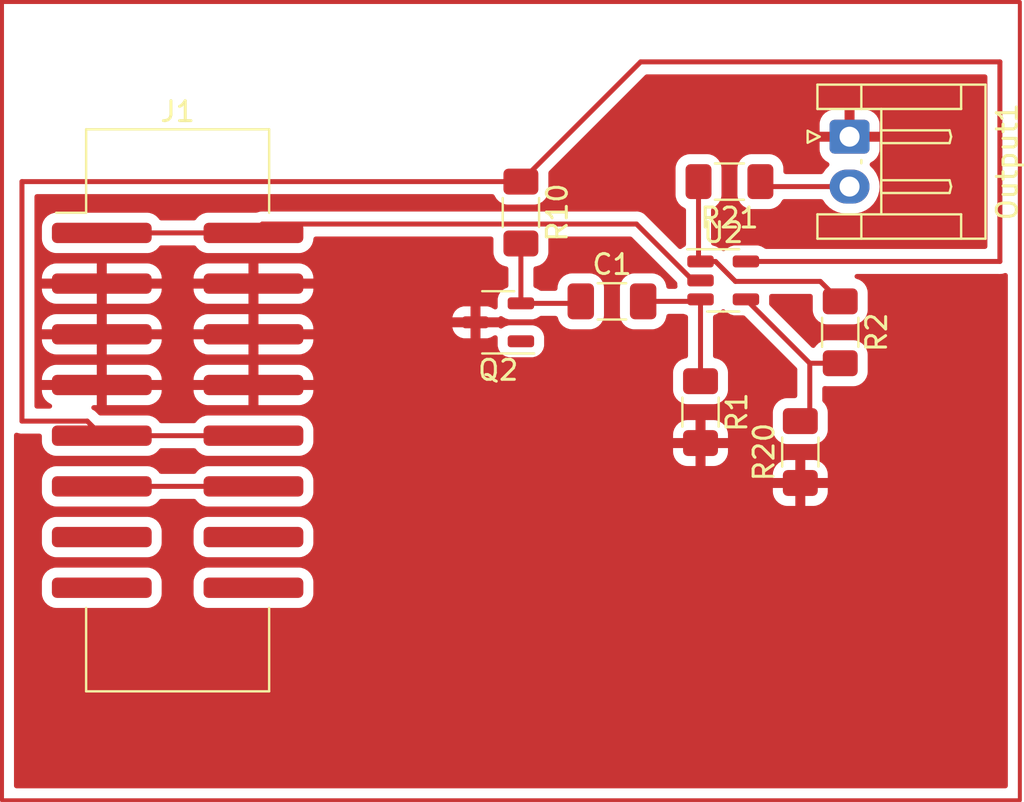
<source format=kicad_pcb>
(kicad_pcb (version 20221018) (generator pcbnew)
  (layers (0 "F.Cu" signal) (31 "B.Cu" signal) (34 "B.Paste" user) (35 "F.Paste" user) (36 "B.SilkS" user "B.Silkscreen") (37 "F.SilkS" user "F.Silkscreen") (38 "B.Mask" user) (39 "F.Mask" user) (44 "Edge.Cuts" user))
  (net 0 "")
  (net 1 "Net-(Q2-C)")
  (net 2 "Net-(U2-+)")
  (net 3 "-12V")
  (net 4 "GND")
  (net 5 "+12V")
  (net 6 "+5V")
  (net 11 "Net-(Output1-Pin_2)")
  (net 13 "Net-(R2-Pad1)")
  (net 14 "Net-(U2--)")
  (footprint "Resistor_SMD:R_1206_3216Metric_Pad1.30x1.75mm_HandSolder" (layer "F.Cu") (at 144 80.55 -90)
    (fp_text reference "R1" (at 0 -1.82 90) (layer "F.SilkS"))
    (fp_text value "100k")
    (fp_line (start -0.727064 -0.91) (end 0.727064 -0.91) (stroke (width 0.12)) (layer "F.SilkS"))
    (fp_line (start -0.727064 0.91) (end 0.727064 0.91) (stroke (width 0.12)) (layer "F.SilkS"))
    (pad "1" smd roundrect (at -1.55 0 270) (size 1.3 1.75) (layers "F.Cu" "F.Paste" "F.Mask") (roundrect_rratio 0.192308) (net 2 "Net-(U2-+)"))
    (pad "2" smd roundrect (at 1.55 0 270) (size 1.3 1.75) (layers "F.Cu" "F.Paste" "F.Mask") (roundrect_rratio 0.192308) (net 4 "GND"))
  )
  (footprint "Resistor_SMD:R_1206_3216Metric_Pad1.30x1.75mm_HandSolder" (layer "F.Cu") (at 135 70.55 -90)
    (fp_text reference "R10" (at 0 -1.82 90) (layer "F.SilkS"))
    (fp_text value "100k")
    (fp_line (start -0.727064 -0.91) (end 0.727064 -0.91) (stroke (width 0.12)) (layer "F.SilkS"))
    (fp_line (start -0.727064 0.91) (end 0.727064 0.91) (stroke (width 0.12)) (layer "F.SilkS"))
    (pad "1" smd roundrect (at -1.55 0 270) (size 1.3 1.75) (layers "F.Cu" "F.Paste" "F.Mask") (roundrect_rratio 0.192308) (net 5 "+12V"))
    (pad "2" smd roundrect (at 1.55 0 270) (size 1.3 1.75) (layers "F.Cu" "F.Paste" "F.Mask") (roundrect_rratio 0.192308) (net 1 "Net-(Q2-C)"))
  )
  (footprint "Capacitor_SMD:C_1206_3216Metric_Pad1.33x1.80mm_HandSolder" (layer "F.Cu") (at 139.5625 75)
    (fp_text reference "C1" (at 0 -1.85) (layer "F.SilkS"))
    (fp_text value "1u")
    (fp_line (start -0.711252 -0.91) (end 0.711252 -0.91) (stroke (width 0.12)) (layer "F.SilkS"))
    (fp_line (start -0.711252 0.91) (end 0.711252 0.91) (stroke (width 0.12)) (layer "F.SilkS"))
    (pad "1" smd roundrect (at -1.5625 0) (size 1.325 1.8) (layers "F.Cu" "F.Paste" "F.Mask") (roundrect_rratio 0.188679) (net 1 "Net-(Q2-C)"))
    (pad "2" smd roundrect (at 1.5625 0) (size 1.325 1.8) (layers "F.Cu" "F.Paste" "F.Mask") (roundrect_rratio 0.188679) (net 2 "Net-(U2-+)"))
  )
  (footprint "Connector_IDC:IDC-Header_2x08_P2.54mm_Vertical_SMD" (layer "F.Cu") (at 117.8 80.46)
    (fp_text reference "J1" (at 0 -14.97) (layer "F.SilkS"))
    (fp_text value "Conn_02x08_Odd_Even")
    (fp_line (start -4.585 -14.08) (end 4.585 -14.08) (stroke (width 0.12)) (layer "F.SilkS"))
    (fp_line (start -4.585 -9.9) (end -6.085 -9.9) (stroke (width 0.12)) (layer "F.SilkS"))
    (fp_line (start -4.585 -9.9) (end -4.585 -14.08) (stroke (width 0.12)) (layer "F.SilkS"))
    (fp_line (start -4.585 9.9) (end -4.585 14.08) (stroke (width 0.12)) (layer "F.SilkS"))
    (fp_line (start -4.585 14.08) (end 4.585 14.08) (stroke (width 0.12)) (layer "F.SilkS"))
    (fp_line (start 4.585 -14.08) (end 4.585 -9.9) (stroke (width 0.12)) (layer "F.SilkS"))
    (fp_line (start 4.585 14.08) (end 4.585 9.9) (stroke (width 0.12)) (layer "F.SilkS"))
    (pad "1" smd roundrect (at -3.8 -8.89) (size 5 1.02) (layers "F.Cu" "F.Paste" "F.Mask") (net 3 "-12V"))
    (pad "2" smd roundrect (at 3.8 -8.89) (size 5 1.02) (layers "F.Cu" "F.Paste" "F.Mask") (net 3 "-12V"))
    (pad "3" smd roundrect (at -3.8 -6.35) (size 5 1.02) (layers "F.Cu" "F.Paste" "F.Mask") (net 4 "GND"))
    (pad "4" smd roundrect (at 3.8 -6.35) (size 5 1.02) (layers "F.Cu" "F.Paste" "F.Mask") (net 4 "GND"))
    (pad "5" smd roundrect (at -3.8 -3.81) (size 5 1.02) (layers "F.Cu" "F.Paste" "F.Mask") (net 4 "GND"))
    (pad "6" smd roundrect (at 3.8 -3.81) (size 5 1.02) (layers "F.Cu" "F.Paste" "F.Mask") (net 4 "GND"))
    (pad "7" smd roundrect (at -3.8 -1.27) (size 5 1.02) (layers "F.Cu" "F.Paste" "F.Mask") (net 4 "GND"))
    (pad "8" smd roundrect (at 3.8 -1.27) (size 5 1.02) (layers "F.Cu" "F.Paste" "F.Mask") (net 4 "GND"))
    (pad "9" smd roundrect (at -3.8 1.27) (size 5 1.02) (layers "F.Cu" "F.Paste" "F.Mask") (net 5 "+12V"))
    (pad "10" smd roundrect (at 3.8 1.27) (size 5 1.02) (layers "F.Cu" "F.Paste" "F.Mask") (net 5 "+12V"))
    (pad "11" smd roundrect (at -3.8 3.81) (size 5 1.02) (layers "F.Cu" "F.Paste" "F.Mask") (net 6 "+5V"))
    (pad "12" smd roundrect (at 3.8 3.81) (size 5 1.02) (layers "F.Cu" "F.Paste" "F.Mask") (net 6 "+5V"))
    (pad "13" smd roundrect (at -3.8 6.35) (size 5 1.02) (layers "F.Cu" "F.Paste" "F.Mask"))
    (pad "14" smd roundrect (at 3.8 6.35) (size 5 1.02) (layers "F.Cu" "F.Paste" "F.Mask"))
    (pad "15" smd roundrect (at -3.8 8.89) (size 5 1.02) (layers "F.Cu" "F.Paste" "F.Mask"))
    (pad "16" smd roundrect (at 3.8 8.89) (size 5 1.02) (layers "F.Cu" "F.Paste" "F.Mask"))
  )
  (footprint "Resistor_SMD:R_1206_3216Metric_Pad1.30x1.75mm_HandSolder" (layer "F.Cu") (at 151 76.55 -90)
    (fp_text reference "R2" (at 0 -1.82 90) (layer "F.SilkS"))
    (fp_text value "100k")
    (fp_line (start -0.727064 -0.91) (end 0.727064 -0.91) (stroke (width 0.12)) (layer "F.SilkS"))
    (fp_line (start -0.727064 0.91) (end 0.727064 0.91) (stroke (width 0.12)) (layer "F.SilkS"))
    (pad "1" smd roundrect (at -1.55 0 270) (size 1.3 1.75) (layers "F.Cu" "F.Paste" "F.Mask") (roundrect_rratio 0.192308) (net 13 "Net-(R2-Pad1)"))
    (pad "2" smd roundrect (at 1.55 0 270) (size 1.3 1.75) (layers "F.Cu" "F.Paste" "F.Mask") (roundrect_rratio 0.192308) (net 14 "Net-(U2--)"))
  )
  (footprint "Resistor_SMD:R_1206_3216Metric_Pad1.30x1.75mm_HandSolder" (layer "F.Cu") (at 149 82.55 90)
    (fp_text reference "R20" (at 0 -1.82 90) (layer "F.SilkS"))
    (fp_text value "680")
    (fp_line (start -0.727064 -0.91) (end 0.727064 -0.91) (stroke (width 0.12)) (layer "F.SilkS"))
    (fp_line (start -0.727064 0.91) (end 0.727064 0.91) (stroke (width 0.12)) (layer "F.SilkS"))
    (pad "1" smd roundrect (at -1.55 0 90) (size 1.3 1.75) (layers "F.Cu" "F.Paste" "F.Mask") (roundrect_rratio 0.192308) (net 4 "GND"))
    (pad "2" smd roundrect (at 1.55 0 90) (size 1.3 1.75) (layers "F.Cu" "F.Paste" "F.Mask") (roundrect_rratio 0.192308) (net 14 "Net-(U2--)"))
  )
  (footprint "Resistor_SMD:R_1206_3216Metric_Pad1.30x1.75mm_HandSolder" (layer "F.Cu") (at 145.45 69 180)
    (fp_text reference "R21" (at 0 -1.82) (layer "F.SilkS"))
    (fp_text value "1k")
    (fp_line (start -0.727064 -0.91) (end 0.727064 -0.91) (stroke (width 0.12)) (layer "F.SilkS"))
    (fp_line (start -0.727064 0.91) (end 0.727064 0.91) (stroke (width 0.12)) (layer "F.SilkS"))
    (pad "1" smd roundrect (at -1.55 0 180) (size 1.3 1.75) (layers "F.Cu" "F.Paste" "F.Mask") (roundrect_rratio 0.192308) (net 11 "Net-(Output1-Pin_2)"))
    (pad "2" smd roundrect (at 1.55 0 180) (size 1.3 1.75) (layers "F.Cu" "F.Paste" "F.Mask") (roundrect_rratio 0.192308) (net 13 "Net-(R2-Pad1)"))
  )
  (footprint "Package_TO_SOT_SMD:SOT-23-3" (layer "F.Cu") (at 133.8625 76.05 180)
    (fp_text reference "Q2" (at 0 -2.4) (layer "F.SilkS"))
    (fp_text value "Q_NPN_ECB")
    (fp_line (start 0 -1.56) (end -1.8 -1.56) (stroke (width 0.12)) (layer "F.SilkS"))
    (fp_line (start 0 -1.56) (end 0.8 -1.56) (stroke (width 0.12)) (layer "F.SilkS"))
    (fp_line (start 0 1.56) (end -0.8 1.56) (stroke (width 0.12)) (layer "F.SilkS"))
    (fp_line (start 0 1.56) (end 0.8 1.56) (stroke (width 0.12)) (layer "F.SilkS"))
    (pad "1" smd roundrect (at -1.1375 -0.95 180) (size 1.325 0.6) (layers "F.Cu" "F.Paste" "F.Mask"))
    (pad "2" smd roundrect (at -1.1375 0.95 180) (size 1.325 0.6) (layers "F.Cu" "F.Paste" "F.Mask") (net 1 "Net-(Q2-C)"))
    (pad "3" smd roundrect (at 1.1375 0 180) (size 1.325 0.6) (layers "F.Cu" "F.Paste" "F.Mask") (net 4 "GND"))
  )
  (footprint "Connector_JST:JST_EH_S2B-EH_1x02_P2.50mm_Horizontal" (layer "F.Cu") (at 151.4675 66.75 -90)
    (fp_text reference "Output1" (at 1.25 -7.9 90) (layer "F.SilkS"))
    (fp_text value "Conn_01x02_Pin")
    (fp_line (start -2.61 -6.81) (end 5.11 -6.81) (stroke (width 0.12)) (layer "F.SilkS"))
    (fp_line (start -2.61 -5.59) (end -1.39 -5.59) (stroke (width 0.12)) (layer "F.SilkS"))
    (fp_line (start -2.61 1.61) (end -2.61 -6.81) (stroke (width 0.12)) (layer "F.SilkS"))
    (fp_line (start -1.39 -5.59) (end -1.39 -0.59) (stroke (width 0.12)) (layer "F.SilkS"))
    (fp_line (start -1.39 -1.59) (end 3.89 -1.59) (stroke (width 0.12)) (layer "F.SilkS"))
    (fp_line (start -1.39 -0.59) (end -2.61 -0.59) (stroke (width 0.12)) (layer "F.SilkS"))
    (fp_line (start -1.39 -0.59) (end -1.39 1.61) (stroke (width 0.12)) (layer "F.SilkS"))
    (fp_line (start -1.39 1.61) (end -2.61 1.61) (stroke (width 0.12)) (layer "F.SilkS"))
    (fp_line (start -0.32 -5.01) (end 0 -5.09) (stroke (width 0.12)) (layer "F.SilkS"))
    (fp_line (start -0.32 -1.59) (end -0.32 -5.01) (stroke (width 0.12)) (layer "F.SilkS"))
    (fp_line (start -0.3 2.1) (end 0.3 2.1) (stroke (width 0.12)) (layer "F.SilkS"))
    (fp_line (start 0 -5.09) (end 0.32 -5.01) (stroke (width 0.12)) (layer "F.SilkS"))
    (fp_line (start 0 -1.59) (end -0.32 -1.59) (stroke (width 0.12)) (layer "F.SilkS"))
    (fp_line (start 0 1.5) (end -0.3 2.1) (stroke (width 0.12)) (layer "F.SilkS"))
    (fp_line (start 0.3 2.1) (end 0 1.5) (stroke (width 0.12)) (layer "F.SilkS"))
    (fp_line (start 0.32 -5.01) (end 0.32 -1.59) (stroke (width 0.12)) (layer "F.SilkS"))
    (fp_line (start 0.32 -1.59) (end 0 -1.59) (stroke (width 0.12)) (layer "F.SilkS"))
    (fp_line (start 1.17 -0.59) (end 1.33 -0.59) (stroke (width 0.12)) (layer "F.SilkS"))
    (fp_line (start 2.18 -5.01) (end 2.5 -5.09) (stroke (width 0.12)) (layer "F.SilkS"))
    (fp_line (start 2.18 -1.59) (end 2.18 -5.01) (stroke (width 0.12)) (layer "F.SilkS"))
    (fp_line (start 2.5 -5.09) (end 2.82 -5.01) (stroke (width 0.12)) (layer "F.SilkS"))
    (fp_line (start 2.5 -1.59) (end 2.18 -1.59) (stroke (width 0.12)) (layer "F.SilkS"))
    (fp_line (start 2.82 -5.01) (end 2.82 -1.59) (stroke (width 0.12)) (layer "F.SilkS"))
    (fp_line (start 2.82 -1.59) (end 2.5 -1.59) (stroke (width 0.12)) (layer "F.SilkS"))
    (fp_line (start 3.89 -5.59) (end 3.89 -0.59) (stroke (width 0.12)) (layer "F.SilkS"))
    (fp_line (start 3.89 -0.59) (end 5.11 -0.59) (stroke (width 0.12)) (layer "F.SilkS"))
    (fp_line (start 3.89 1.61) (end 3.89 -0.59) (stroke (width 0.12)) (layer "F.SilkS"))
    (fp_line (start 5.11 -6.81) (end 5.11 1.61) (stroke (width 0.12)) (layer "F.SilkS"))
    (fp_line (start 5.11 -5.59) (end 3.89 -5.59) (stroke (width 0.12)) (layer "F.SilkS"))
    (fp_line (start 5.11 1.61) (end 3.89 1.61) (stroke (width 0.12)) (layer "F.SilkS"))
    (pad "1" thru_hole roundrect (at 0 0 270) (size 1.7 2) (drill 1) (layers "*.Cu" "*.Mask") (roundrect_rratio 0.147059) (net 4 "GND"))
    (pad "2" thru_hole oval (at 2.5 0 270) (size 1.7 2) (drill 1) (layers "*.Cu" "*.Mask") (net 11 "Net-(Output1-Pin_2)"))
  )
  (footprint "Package_TO_SOT_SMD:TSOT-23-5" (layer "F.Cu") (at 145.1375 73.95)
    (fp_text reference "U2" (at 0 -2.4) (layer "F.SilkS"))
    (fp_text value "AD8603")
    (fp_line (start 0 -1.56) (end -1.8 -1.56) (stroke (width 0.12)) (layer "F.SilkS"))
    (fp_line (start 0 -1.56) (end 0.8 -1.56) (stroke (width 0.12)) (layer "F.SilkS"))
    (fp_line (start 0 1.56) (end -0.8 1.56) (stroke (width 0.12)) (layer "F.SilkS"))
    (fp_line (start 0 1.56) (end 0.8 1.56) (stroke (width 0.12)) (layer "F.SilkS"))
    (pad "1" smd roundrect (at -1.1375 -0.95) (size 1.325 0.6) (layers "F.Cu" "F.Paste" "F.Mask") (net 13 "Net-(R2-Pad1)"))
    (pad "2" smd roundrect (at -1.1375 0) (size 1.325 0.6) (layers "F.Cu" "F.Paste" "F.Mask") (net 3 "-12V"))
    (pad "3" smd roundrect (at -1.1375 0.95) (size 1.325 0.6) (layers "F.Cu" "F.Paste" "F.Mask") (net 2 "Net-(U2-+)"))
    (pad "4" smd roundrect (at 1.1375 0.95) (size 1.325 0.6) (layers "F.Cu" "F.Paste" "F.Mask") (net 14 "Net-(U2--)"))
    (pad "5" smd roundrect (at 1.1375 -0.95) (size 1.325 0.6) (layers "F.Cu" "F.Paste" "F.Mask") (net 5 "+12V"))
  )
  (gr_rect (start 109 60) (end 160 100) (stroke (width 0.2)) (fill none) (layer "F.Cu"))
  (segment (start 135 72.1) (end 135 75.1) (width 0.25) (layer "F.Cu") (net 1))
  (segment (start 137.9 75.1) (end 138 75) (width 0.25) (layer "F.Cu") (net 1))
  (segment (start 135 75.1) (end 137.9 75.1) (width 0.25) (layer "F.Cu") (net 1))
  (segment (start 143.9 75) (end 144 74.9) (width 0.25) (layer "F.Cu") (net 2))
  (segment (start 141.125 75) (end 143.9 75) (width 0.25) (layer "F.Cu") (net 2))
  (segment (start 144 74.9) (end 144 79) (width 0.25) (layer "F.Cu") (net 2))
  (segment (start 122.045 71.125) (end 121.6 71.57) (width 0.25) (layer "F.Cu") (net 3))
  (segment (start 114 71.57) (end 121.6 71.57) (width 0.25) (layer "F.Cu") (net 3))
  (segment (start 144 73.95) (end 143.615749 73.95) (width 0.25) (layer "F.Cu") (net 3))
  (segment (start 143.615749 73.95) (end 140.790749 71.125) (width 0.25) (layer "F.Cu") (net 3))
  (segment (start 140.790749 71.125) (end 122.045 71.125) (width 0.25) (layer "F.Cu") (net 3))
  (segment (start 121.6 74.11) (end 121.6 79.19) (width 0.25) (layer "F.Cu") (net 4))
  (segment (start 114 74.11) (end 114 79.19) (width 0.25) (layer "F.Cu") (net 4))
  (segment (start 121.6 74.11) (end 114 74.11) (width 0.25) (layer "F.Cu") (net 4))
  (segment (start 110 69) (end 110 81) (width 0.25) (layer "F.Cu") (net 5))
  (segment (start 110 81) (end 113.27 81) (width 0.25) (layer "F.Cu") (net 5))
  (segment (start 113.27 81) (end 114 81.73) (width 0.25) (layer "F.Cu") (net 5))
  (segment (start 146.275 73) (end 159 73) (width 0.25) (layer "F.Cu") (net 5))
  (segment (start 141 63) (end 135 69) (width 0.25) (layer "F.Cu") (net 5))
  (segment (start 159 73) (end 159 63) (width 0.25) (layer "F.Cu") (net 5))
  (segment (start 159 63) (end 141 63) (width 0.25) (layer "F.Cu") (net 5))
  (segment (start 121.6 81.73) (end 114 81.73) (width 0.25) (layer "F.Cu") (net 5))
  (segment (start 135 69) (end 110 69) (width 0.25) (layer "F.Cu") (net 5))
  (segment (start 121.6 84.27) (end 114 84.27) (width 0.25) (layer "F.Cu") (net 6))
  (segment (start 151.4675 69.25) (end 147.25 69.25) (width 0.25) (layer "F.Cu") (net 11))
  (segment (start 147.25 69.25) (end 147 69) (width 0.25) (layer "F.Cu") (net 11))
  (segment (start 143.9 72.9) (end 144 73) (width 0.25) (layer "F.Cu") (net 13))
  (segment (start 145.75 74) (end 144.75 73) (width 0.25) (layer "F.Cu") (net 13))
  (segment (start 144.75 73) (end 144 73) (width 0.25) (layer "F.Cu") (net 13))
  (segment (start 143.9 71) (end 143.9 72.9) (width 0.25) (layer "F.Cu") (net 13))
  (segment (start 143.9 69) (end 143.9 71) (width 0.25) (layer "F.Cu") (net 13))
  (segment (start 151 75) (end 150 74) (width 0.25) (layer "F.Cu") (net 13))
  (segment (start 150 74) (end 145.75 74) (width 0.25) (layer "F.Cu") (net 13))
  (segment (start 149.475 78.1) (end 151 78.1) (width 0.25) (layer "F.Cu") (net 14))
  (segment (start 149.475 78.1) (end 149.475 80.525) (width 0.25) (layer "F.Cu") (net 14))
  (segment (start 149.475 80.525) (end 149 81) (width 0.25) (layer "F.Cu") (net 14))
  (segment (start 146.275 74.9) (end 149.475 78.1) (width 0.25) (layer "F.Cu") (net 14))
  (zone (net 4) (net_name "GND") (layer "F.Cu") (connect_pads (clearance 0.5)) (min_thickness 0.25) (fill yes (thermal_gap 0.5) (thermal_bridge_width 0.5))
    (polygon (pts (xy 109 60) (xy 160 60) (xy 160 100) (xy 109 100)))
  )
)
</source>
